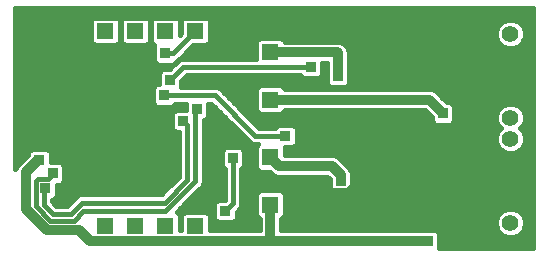
<source format=gbr>
G75*
%MOIN*%
%OFA0B0*%
%FSLAX25Y25*%
%IPPOS*%
%LPD*%
%AMOC8*
5,1,8,0,0,1.08239X$1,22.5*
%
%ADD10R,0.05600X0.05600*%
%ADD11C,0.05600*%
%ADD12R,0.03562X0.03562*%
%ADD13C,0.01600*%
%ADD14C,0.03200*%
D10*
X0062500Y0075000D03*
X0072500Y0075000D03*
X0052500Y0075000D03*
X0042500Y0075000D03*
X0042500Y0010000D03*
X0052500Y0010000D03*
X0062500Y0010000D03*
X0072500Y0010000D03*
X0097500Y0052126D03*
X0097500Y0067874D03*
X0097500Y0017126D03*
X0097500Y0032874D03*
D11*
X0177500Y0046000D03*
X0177500Y0074000D03*
X0177500Y0011000D03*
X0177500Y0039000D03*
D12*
X0062500Y0067500D03*
X0120000Y0060000D03*
X0121000Y0025000D03*
X0150000Y0005000D03*
X0020500Y0032000D03*
X0155000Y0047500D03*
X0029500Y0071000D03*
X0105000Y0080000D03*
X0027500Y0017500D03*
X0062500Y0024000D03*
X0110000Y0022500D03*
X0117500Y0045000D03*
X0064000Y0058500D03*
X0111000Y0063000D03*
X0102500Y0040000D03*
X0062000Y0053500D03*
X0085000Y0032500D03*
X0082500Y0015000D03*
X0025000Y0027500D03*
X0073000Y0049000D03*
X0022500Y0022500D03*
X0068500Y0045000D03*
D13*
X0062500Y0067500D02*
X0065000Y0067500D01*
X0072500Y0075000D01*
X0124781Y0022390D02*
X0124781Y0027610D01*
X0124547Y0027843D01*
X0124052Y0029039D01*
X0121052Y0032039D01*
X0120039Y0033052D01*
X0118716Y0033600D01*
X0102300Y0033600D01*
X0102300Y0036219D01*
X0105110Y0036219D01*
X0106281Y0037390D01*
X0106281Y0042610D01*
X0105110Y0043781D01*
X0099890Y0043781D01*
X0098909Y0042800D01*
X0093660Y0042800D01*
X0080586Y0055874D01*
X0079557Y0056300D01*
X0067781Y0056300D01*
X0067781Y0058321D01*
X0069660Y0060200D01*
X0107409Y0060200D01*
X0108390Y0059219D01*
X0113610Y0059219D01*
X0114781Y0060390D01*
X0114781Y0064274D01*
X0116400Y0064274D01*
X0116400Y0062791D01*
X0116219Y0062610D01*
X0116219Y0057390D01*
X0117390Y0056219D01*
X0122610Y0056219D01*
X0123781Y0057390D01*
X0123781Y0062610D01*
X0123600Y0062791D01*
X0123600Y0068216D01*
X0123052Y0069539D01*
X0122039Y0070552D01*
X0121665Y0070926D01*
X0120342Y0071474D01*
X0102300Y0071474D01*
X0102300Y0071502D01*
X0101128Y0072674D01*
X0093872Y0072674D01*
X0092700Y0071502D01*
X0092700Y0065800D01*
X0067943Y0065800D01*
X0066914Y0065374D01*
X0063821Y0062281D01*
X0061390Y0062281D01*
X0060219Y0061110D01*
X0060219Y0057281D01*
X0059390Y0057281D01*
X0058219Y0056110D01*
X0058219Y0050890D01*
X0059390Y0049719D01*
X0064610Y0049719D01*
X0065591Y0050700D01*
X0069219Y0050700D01*
X0069219Y0048781D01*
X0065890Y0048781D01*
X0064719Y0047610D01*
X0064719Y0042390D01*
X0065890Y0041219D01*
X0066894Y0041219D01*
X0066894Y0026465D01*
X0061035Y0020606D01*
X0034249Y0020606D01*
X0033220Y0020179D01*
X0029840Y0016800D01*
X0026160Y0016800D01*
X0024800Y0018160D01*
X0024800Y0018719D01*
X0025110Y0018719D01*
X0026281Y0019890D01*
X0026281Y0023719D01*
X0027610Y0023719D01*
X0028781Y0024890D01*
X0028781Y0030110D01*
X0027610Y0031281D01*
X0024281Y0031281D01*
X0024281Y0034610D01*
X0023110Y0035781D01*
X0017890Y0035781D01*
X0016719Y0034610D01*
X0016719Y0033810D01*
X0013961Y0031052D01*
X0012948Y0030039D01*
X0012500Y0028957D01*
X0012500Y0082500D01*
X0185000Y0082500D01*
X0185000Y0002500D01*
X0153781Y0002500D01*
X0153781Y0007610D01*
X0152610Y0008781D01*
X0147390Y0008781D01*
X0147209Y0008600D01*
X0101100Y0008600D01*
X0101100Y0012326D01*
X0101128Y0012326D01*
X0102300Y0013498D01*
X0102300Y0020754D01*
X0101128Y0021926D01*
X0093872Y0021926D01*
X0092700Y0020754D01*
X0092700Y0013498D01*
X0093872Y0012326D01*
X0093900Y0012326D01*
X0093900Y0008600D01*
X0077300Y0008600D01*
X0077300Y0013628D01*
X0076128Y0014800D01*
X0068872Y0014800D01*
X0067700Y0013628D01*
X0067700Y0008600D01*
X0067300Y0008600D01*
X0067300Y0013628D01*
X0066194Y0014734D01*
X0070980Y0019521D01*
X0070980Y0019521D01*
X0071768Y0020308D01*
X0071768Y0020308D01*
X0074874Y0023414D01*
X0075300Y0024443D01*
X0075300Y0045219D01*
X0075610Y0045219D01*
X0076781Y0046390D01*
X0076781Y0050700D01*
X0077840Y0050700D01*
X0090914Y0037626D01*
X0091943Y0037200D01*
X0093398Y0037200D01*
X0092700Y0036502D01*
X0092700Y0029246D01*
X0093872Y0028074D01*
X0097209Y0028074D01*
X0098335Y0026948D01*
X0099658Y0026400D01*
X0116509Y0026400D01*
X0117219Y0025690D01*
X0117219Y0022390D01*
X0118390Y0021219D01*
X0123610Y0021219D01*
X0124781Y0022390D01*
X0066128Y0079800D02*
X0058872Y0079800D01*
X0057700Y0078628D01*
X0057700Y0071372D01*
X0058840Y0070231D01*
X0058719Y0070110D01*
X0058719Y0064890D01*
X0059890Y0063719D01*
X0065110Y0063719D01*
X0066281Y0064890D01*
X0066281Y0065000D01*
X0066586Y0065126D01*
X0071660Y0070200D01*
X0076128Y0070200D01*
X0077300Y0071372D01*
X0077300Y0078628D01*
X0076128Y0079800D01*
X0068872Y0079800D01*
X0067700Y0078628D01*
X0067700Y0074160D01*
X0067300Y0073760D01*
X0067300Y0078628D01*
X0066128Y0079800D01*
X0056128Y0079800D02*
X0048872Y0079800D01*
X0047700Y0078628D01*
X0047700Y0071372D01*
X0048872Y0070200D01*
X0056128Y0070200D01*
X0057300Y0071372D01*
X0057300Y0078628D01*
X0056128Y0079800D01*
X0046128Y0079800D02*
X0038872Y0079800D01*
X0037700Y0078628D01*
X0037700Y0071372D01*
X0038872Y0070200D01*
X0046128Y0070200D01*
X0047300Y0071372D01*
X0047300Y0078628D01*
X0046128Y0079800D01*
X0102300Y0048498D02*
X0102300Y0048526D01*
X0148883Y0048526D01*
X0151219Y0046190D01*
X0151219Y0044890D01*
X0152390Y0043719D01*
X0157610Y0043719D01*
X0158781Y0044890D01*
X0158781Y0050110D01*
X0157610Y0051281D01*
X0156310Y0051281D01*
X0152413Y0055178D01*
X0151090Y0055726D01*
X0102300Y0055726D01*
X0102300Y0055754D01*
X0101128Y0056926D01*
X0093872Y0056926D01*
X0092700Y0055754D01*
X0092700Y0048498D01*
X0093872Y0047326D01*
X0101128Y0047326D01*
X0102300Y0048498D01*
X0182300Y0045045D02*
X0182300Y0046955D01*
X0181569Y0048719D01*
X0180219Y0050069D01*
X0178455Y0050800D01*
X0176545Y0050800D01*
X0174781Y0050069D01*
X0173431Y0048719D01*
X0172700Y0046955D01*
X0172700Y0045045D01*
X0173431Y0043281D01*
X0174212Y0042500D01*
X0173431Y0041719D01*
X0172700Y0039955D01*
X0172700Y0038045D01*
X0173431Y0036281D01*
X0174781Y0034931D01*
X0176545Y0034200D01*
X0178455Y0034200D01*
X0180219Y0034931D01*
X0181569Y0036281D01*
X0182300Y0038045D01*
X0182300Y0039955D01*
X0181569Y0041719D01*
X0180788Y0042500D01*
X0181569Y0043281D01*
X0182300Y0045045D01*
X0182300Y0073045D02*
X0182300Y0074955D01*
X0181569Y0076719D01*
X0180219Y0078069D01*
X0178455Y0078800D01*
X0176545Y0078800D01*
X0174781Y0078069D01*
X0173431Y0076719D01*
X0172700Y0074955D01*
X0172700Y0073045D01*
X0173431Y0071281D01*
X0174781Y0069931D01*
X0176545Y0069200D01*
X0178455Y0069200D01*
X0180219Y0069931D01*
X0181569Y0071281D01*
X0182300Y0073045D01*
X0182300Y0010045D02*
X0182300Y0011955D01*
X0181569Y0013719D01*
X0180219Y0015069D01*
X0178455Y0015800D01*
X0176545Y0015800D01*
X0174781Y0015069D01*
X0173431Y0013719D01*
X0172700Y0011955D01*
X0172700Y0010045D01*
X0173431Y0008281D01*
X0174781Y0006931D01*
X0176545Y0006200D01*
X0178455Y0006200D01*
X0180219Y0006931D01*
X0181569Y0008281D01*
X0182300Y0010045D01*
X0088781Y0029890D02*
X0088781Y0035110D01*
X0087610Y0036281D01*
X0082390Y0036281D01*
X0081219Y0035110D01*
X0081219Y0029890D01*
X0082200Y0028909D01*
X0082200Y0018781D01*
X0079890Y0018781D01*
X0078719Y0017610D01*
X0078719Y0012390D01*
X0079890Y0011219D01*
X0085110Y0011219D01*
X0086281Y0012390D01*
X0086281Y0014821D01*
X0087374Y0015914D01*
X0087800Y0016943D01*
X0087800Y0028909D01*
X0088781Y0029890D01*
X0153781Y0003197D02*
X0185000Y0003197D01*
X0185000Y0004796D02*
X0153781Y0004796D01*
X0153781Y0006394D02*
X0176077Y0006394D01*
X0178923Y0006394D02*
X0185000Y0006394D01*
X0173719Y0007993D02*
X0153398Y0007993D01*
X0181281Y0007993D02*
X0185000Y0007993D01*
X0067700Y0009591D02*
X0067300Y0009591D01*
X0077300Y0009591D02*
X0093900Y0009591D01*
X0101100Y0009591D02*
X0172888Y0009591D01*
X0182112Y0009591D02*
X0185000Y0009591D01*
X0067700Y0011190D02*
X0067300Y0011190D01*
X0077300Y0011190D02*
X0093900Y0011190D01*
X0101100Y0011190D02*
X0172700Y0011190D01*
X0182300Y0011190D02*
X0185000Y0011190D01*
X0067700Y0012788D02*
X0067300Y0012788D01*
X0077300Y0012788D02*
X0078719Y0012788D01*
X0086281Y0012788D02*
X0093409Y0012788D01*
X0101591Y0012788D02*
X0173045Y0012788D01*
X0181955Y0012788D02*
X0185000Y0012788D01*
X0068458Y0014387D02*
X0066542Y0014387D01*
X0076542Y0014387D02*
X0078719Y0014387D01*
X0086281Y0014387D02*
X0092700Y0014387D01*
X0102300Y0014387D02*
X0174098Y0014387D01*
X0180902Y0014387D02*
X0185000Y0014387D01*
X0078719Y0015985D02*
X0067445Y0015985D01*
X0087403Y0015985D02*
X0092700Y0015985D01*
X0102300Y0015985D02*
X0185000Y0015985D01*
X0030624Y0017584D02*
X0025376Y0017584D01*
X0069043Y0017584D02*
X0078719Y0017584D01*
X0087800Y0017584D02*
X0092700Y0017584D01*
X0102300Y0017584D02*
X0185000Y0017584D01*
X0032222Y0019182D02*
X0025573Y0019182D01*
X0070642Y0019182D02*
X0082200Y0019182D01*
X0087800Y0019182D02*
X0092700Y0019182D01*
X0102300Y0019182D02*
X0185000Y0019182D01*
X0061210Y0020781D02*
X0026281Y0020781D01*
X0072240Y0020781D02*
X0082200Y0020781D01*
X0087800Y0020781D02*
X0092726Y0020781D01*
X0102274Y0020781D02*
X0185000Y0020781D01*
X0062808Y0022379D02*
X0026281Y0022379D01*
X0073839Y0022379D02*
X0082200Y0022379D01*
X0087800Y0022379D02*
X0117230Y0022379D01*
X0124770Y0022379D02*
X0185000Y0022379D01*
X0064407Y0023978D02*
X0027868Y0023978D01*
X0075107Y0023978D02*
X0082200Y0023978D01*
X0087800Y0023978D02*
X0117219Y0023978D01*
X0124781Y0023978D02*
X0185000Y0023978D01*
X0066005Y0025576D02*
X0028781Y0025576D01*
X0075300Y0025576D02*
X0082200Y0025576D01*
X0087800Y0025576D02*
X0117219Y0025576D01*
X0124781Y0025576D02*
X0185000Y0025576D01*
X0066894Y0027175D02*
X0028781Y0027175D01*
X0075300Y0027175D02*
X0082200Y0027175D01*
X0087800Y0027175D02*
X0098108Y0027175D01*
X0124781Y0027175D02*
X0185000Y0027175D01*
X0066894Y0028773D02*
X0028781Y0028773D01*
X0075300Y0028773D02*
X0082200Y0028773D01*
X0087800Y0028773D02*
X0093172Y0028773D01*
X0124162Y0028773D02*
X0185000Y0028773D01*
X0013281Y0030372D02*
X0012500Y0030372D01*
X0028519Y0030372D02*
X0066894Y0030372D01*
X0075300Y0030372D02*
X0081219Y0030372D01*
X0088781Y0030372D02*
X0092700Y0030372D01*
X0122719Y0030372D02*
X0185000Y0030372D01*
X0014879Y0031970D02*
X0012500Y0031970D01*
X0024281Y0031970D02*
X0066894Y0031970D01*
X0075300Y0031970D02*
X0081219Y0031970D01*
X0088781Y0031970D02*
X0092700Y0031970D01*
X0121121Y0031970D02*
X0185000Y0031970D01*
X0016478Y0033569D02*
X0012500Y0033569D01*
X0024281Y0033569D02*
X0066894Y0033569D01*
X0075300Y0033569D02*
X0081219Y0033569D01*
X0088781Y0033569D02*
X0092700Y0033569D01*
X0118792Y0033569D02*
X0185000Y0033569D01*
X0017277Y0035167D02*
X0012500Y0035167D01*
X0023723Y0035167D02*
X0066894Y0035167D01*
X0075300Y0035167D02*
X0081277Y0035167D01*
X0088723Y0035167D02*
X0092700Y0035167D01*
X0102300Y0035167D02*
X0174545Y0035167D01*
X0180455Y0035167D02*
X0185000Y0035167D01*
X0066894Y0036766D02*
X0012500Y0036766D01*
X0075300Y0036766D02*
X0092963Y0036766D01*
X0105656Y0036766D02*
X0173230Y0036766D01*
X0181770Y0036766D02*
X0185000Y0036766D01*
X0066894Y0038364D02*
X0012500Y0038364D01*
X0075300Y0038364D02*
X0090176Y0038364D01*
X0106281Y0038364D02*
X0172700Y0038364D01*
X0182300Y0038364D02*
X0185000Y0038364D01*
X0066894Y0039963D02*
X0012500Y0039963D01*
X0075300Y0039963D02*
X0088577Y0039963D01*
X0106281Y0039963D02*
X0172703Y0039963D01*
X0182297Y0039963D02*
X0185000Y0039963D01*
X0065548Y0041561D02*
X0012500Y0041561D01*
X0075300Y0041561D02*
X0086979Y0041561D01*
X0106281Y0041561D02*
X0173365Y0041561D01*
X0181635Y0041561D02*
X0185000Y0041561D01*
X0064719Y0043160D02*
X0012500Y0043160D01*
X0075300Y0043160D02*
X0085380Y0043160D01*
X0093300Y0043160D02*
X0099269Y0043160D01*
X0105731Y0043160D02*
X0173552Y0043160D01*
X0181448Y0043160D02*
X0185000Y0043160D01*
X0064719Y0044758D02*
X0012500Y0044758D01*
X0075300Y0044758D02*
X0083782Y0044758D01*
X0091701Y0044758D02*
X0151351Y0044758D01*
X0158649Y0044758D02*
X0172819Y0044758D01*
X0182181Y0044758D02*
X0185000Y0044758D01*
X0064719Y0046357D02*
X0012500Y0046357D01*
X0076747Y0046357D02*
X0082183Y0046357D01*
X0090103Y0046357D02*
X0151052Y0046357D01*
X0158781Y0046357D02*
X0172700Y0046357D01*
X0182300Y0046357D02*
X0185000Y0046357D01*
X0065065Y0047955D02*
X0012500Y0047955D01*
X0076781Y0047955D02*
X0080585Y0047955D01*
X0088504Y0047955D02*
X0093242Y0047955D01*
X0101758Y0047955D02*
X0149453Y0047955D01*
X0158781Y0047955D02*
X0173114Y0047955D01*
X0181886Y0047955D02*
X0185000Y0047955D01*
X0069219Y0049554D02*
X0012500Y0049554D01*
X0076781Y0049554D02*
X0078986Y0049554D01*
X0086906Y0049554D02*
X0092700Y0049554D01*
X0158781Y0049554D02*
X0174266Y0049554D01*
X0180734Y0049554D02*
X0185000Y0049554D01*
X0058219Y0051152D02*
X0012500Y0051152D01*
X0085307Y0051152D02*
X0092700Y0051152D01*
X0157738Y0051152D02*
X0185000Y0051152D01*
X0058219Y0052751D02*
X0012500Y0052751D01*
X0083709Y0052751D02*
X0092700Y0052751D01*
X0154840Y0052751D02*
X0185000Y0052751D01*
X0058219Y0054349D02*
X0012500Y0054349D01*
X0082110Y0054349D02*
X0092700Y0054349D01*
X0153242Y0054349D02*
X0185000Y0054349D01*
X0058219Y0055948D02*
X0012500Y0055948D01*
X0080407Y0055948D02*
X0092893Y0055948D01*
X0102106Y0055948D02*
X0185000Y0055948D01*
X0060219Y0057546D02*
X0012500Y0057546D01*
X0067781Y0057546D02*
X0116219Y0057546D01*
X0123781Y0057546D02*
X0185000Y0057546D01*
X0060219Y0059145D02*
X0012500Y0059145D01*
X0068605Y0059145D02*
X0116219Y0059145D01*
X0123781Y0059145D02*
X0185000Y0059145D01*
X0060219Y0060743D02*
X0012500Y0060743D01*
X0114781Y0060743D02*
X0116219Y0060743D01*
X0123781Y0060743D02*
X0185000Y0060743D01*
X0063882Y0062342D02*
X0012500Y0062342D01*
X0114781Y0062342D02*
X0116219Y0062342D01*
X0123781Y0062342D02*
X0185000Y0062342D01*
X0059669Y0063940D02*
X0012500Y0063940D01*
X0065331Y0063940D02*
X0065481Y0063940D01*
X0114781Y0063940D02*
X0116400Y0063940D01*
X0123600Y0063940D02*
X0185000Y0063940D01*
X0058719Y0065539D02*
X0012500Y0065539D01*
X0066999Y0065539D02*
X0067313Y0065539D01*
X0123600Y0065539D02*
X0185000Y0065539D01*
X0058719Y0067137D02*
X0012500Y0067137D01*
X0068597Y0067137D02*
X0092700Y0067137D01*
X0123600Y0067137D02*
X0185000Y0067137D01*
X0058719Y0068736D02*
X0012500Y0068736D01*
X0070196Y0068736D02*
X0092700Y0068736D01*
X0123385Y0068736D02*
X0185000Y0068736D01*
X0038737Y0070334D02*
X0012500Y0070334D01*
X0046263Y0070334D02*
X0048737Y0070334D01*
X0056263Y0070334D02*
X0058737Y0070334D01*
X0076263Y0070334D02*
X0092700Y0070334D01*
X0122257Y0070334D02*
X0174377Y0070334D01*
X0180623Y0070334D02*
X0185000Y0070334D01*
X0037700Y0071933D02*
X0012500Y0071933D01*
X0047300Y0071933D02*
X0047700Y0071933D01*
X0057300Y0071933D02*
X0057700Y0071933D01*
X0077300Y0071933D02*
X0093131Y0071933D01*
X0101869Y0071933D02*
X0173161Y0071933D01*
X0181839Y0071933D02*
X0185000Y0071933D01*
X0037700Y0073532D02*
X0012500Y0073532D01*
X0047300Y0073532D02*
X0047700Y0073532D01*
X0057300Y0073532D02*
X0057700Y0073532D01*
X0077300Y0073532D02*
X0172700Y0073532D01*
X0182300Y0073532D02*
X0185000Y0073532D01*
X0037700Y0075130D02*
X0012500Y0075130D01*
X0047300Y0075130D02*
X0047700Y0075130D01*
X0057300Y0075130D02*
X0057700Y0075130D01*
X0067300Y0075130D02*
X0067700Y0075130D01*
X0077300Y0075130D02*
X0172773Y0075130D01*
X0182227Y0075130D02*
X0185000Y0075130D01*
X0037700Y0076729D02*
X0012500Y0076729D01*
X0047300Y0076729D02*
X0047700Y0076729D01*
X0057300Y0076729D02*
X0057700Y0076729D01*
X0067300Y0076729D02*
X0067700Y0076729D01*
X0077300Y0076729D02*
X0173440Y0076729D01*
X0181560Y0076729D02*
X0185000Y0076729D01*
X0037700Y0078327D02*
X0012500Y0078327D01*
X0047300Y0078327D02*
X0047700Y0078327D01*
X0057300Y0078327D02*
X0057700Y0078327D01*
X0067300Y0078327D02*
X0067700Y0078327D01*
X0077300Y0078327D02*
X0175403Y0078327D01*
X0179597Y0078327D02*
X0185000Y0078327D01*
X0185000Y0079926D02*
X0012500Y0079926D01*
X0012500Y0081524D02*
X0185000Y0081524D01*
X0111000Y0063000D02*
X0068500Y0063000D01*
X0064000Y0058500D01*
X0092500Y0040000D02*
X0102500Y0040000D01*
X0062000Y0053500D02*
X0079000Y0053500D01*
X0092500Y0040000D01*
X0085000Y0032500D02*
X0085000Y0017500D01*
X0082500Y0015000D01*
X0062500Y0015000D02*
X0035111Y0015000D01*
X0031911Y0011800D01*
X0024089Y0011800D01*
X0019319Y0016570D01*
X0019319Y0024861D02*
X0020139Y0025681D01*
X0023181Y0025681D01*
X0025000Y0027500D01*
X0019319Y0024861D02*
X0019319Y0016570D01*
X0062500Y0015000D02*
X0063106Y0015606D01*
X0063106Y0015606D01*
X0069394Y0021894D02*
X0069394Y0021894D01*
X0072500Y0025000D01*
X0069394Y0021894D02*
X0063106Y0015606D01*
X0072500Y0025000D02*
X0072500Y0048500D01*
X0073000Y0049000D01*
X0062194Y0017806D02*
X0034806Y0017806D01*
X0031000Y0014000D01*
X0025000Y0014000D01*
X0022000Y0017000D01*
X0022000Y0022000D01*
X0022500Y0022500D01*
X0069694Y0025306D02*
X0069694Y0043806D01*
X0068500Y0045000D01*
X0069694Y0025306D02*
X0062194Y0017806D01*
D14*
X0097500Y0067874D02*
X0119626Y0067874D01*
X0120000Y0067500D01*
X0120000Y0060000D01*
X0121000Y0025000D02*
X0121000Y0027000D01*
X0118000Y0030000D01*
X0100374Y0030000D01*
X0097500Y0032874D01*
X0020500Y0032000D02*
X0020000Y0032000D01*
X0016000Y0028000D01*
X0016000Y0015646D01*
X0022846Y0008800D01*
X0033700Y0008800D02*
X0037500Y0005000D01*
X0097500Y0005000D01*
X0150000Y0005000D01*
X0033700Y0008800D02*
X0022846Y0008800D01*
X0097500Y0005000D02*
X0097500Y0017126D01*
X0097500Y0052126D02*
X0150374Y0052126D01*
X0155000Y0047500D01*
X0105000Y0080000D02*
X0035000Y0080000D01*
X0062500Y0024000D02*
X0035000Y0024000D01*
X0027500Y0017500D01*
X0035000Y0024000D02*
X0035000Y0070000D01*
X0035000Y0080000D01*
X0117500Y0045000D02*
X0117500Y0034173D01*
X0110000Y0022500D02*
X0115827Y0022500D01*
X0117308Y0021019D01*
X0029500Y0071000D02*
X0034000Y0071000D01*
X0035000Y0070000D01*
X0117500Y0034173D02*
X0120827Y0034173D01*
X0127500Y0027500D01*
X0127500Y0025000D01*
X0124981Y0022308D02*
X0123692Y0021019D01*
X0127500Y0025000D02*
X0124981Y0022481D01*
X0124981Y0022308D01*
X0123692Y0021019D02*
X0117308Y0021019D01*
M02*

</source>
